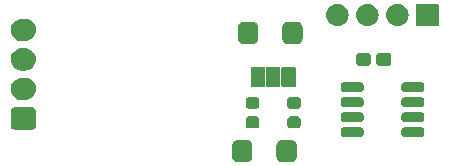
<source format=gts>
G04 #@! TF.GenerationSoftware,KiCad,Pcbnew,7.0.2*
G04 #@! TF.CreationDate,2023-05-31T21:51:21+09:00*
G04 #@! TF.ProjectId,sync,73796e63-2e6b-4696-9361-645f70636258,rev?*
G04 #@! TF.SameCoordinates,PX3473bc0PY4c4b400*
G04 #@! TF.FileFunction,Soldermask,Top*
G04 #@! TF.FilePolarity,Negative*
%FSLAX46Y46*%
G04 Gerber Fmt 4.6, Leading zero omitted, Abs format (unit mm)*
G04 Created by KiCad (PCBNEW 7.0.2) date 2023-05-31 21:51:21*
%MOMM*%
%LPD*%
G01*
G04 APERTURE LIST*
G04 APERTURE END LIST*
G36*
X26602031Y4429030D02*
G01*
X26608521Y4426610D01*
X26613129Y4426056D01*
X26667651Y4404556D01*
X26730040Y4381286D01*
X26733803Y4378469D01*
X26735022Y4377988D01*
X26779356Y4344368D01*
X26839411Y4299411D01*
X26884386Y4239332D01*
X26917987Y4195023D01*
X26918467Y4193806D01*
X26921286Y4190040D01*
X26944565Y4127624D01*
X26966055Y4073130D01*
X26966608Y4068525D01*
X26969030Y4062031D01*
X26980000Y3960000D01*
X26980000Y3040000D01*
X26969030Y2937969D01*
X26966607Y2931475D01*
X26966055Y2926871D01*
X26944572Y2872396D01*
X26921286Y2809960D01*
X26918466Y2806194D01*
X26917987Y2804978D01*
X26884444Y2760747D01*
X26839411Y2700589D01*
X26779253Y2655556D01*
X26735022Y2622013D01*
X26733806Y2621534D01*
X26730040Y2618714D01*
X26667604Y2595428D01*
X26613129Y2573945D01*
X26608525Y2573393D01*
X26602031Y2570970D01*
X26500000Y2560000D01*
X25740000Y2560000D01*
X25637969Y2570970D01*
X25631475Y2573392D01*
X25626870Y2573945D01*
X25572376Y2595435D01*
X25509960Y2618714D01*
X25506194Y2621533D01*
X25504977Y2622013D01*
X25460668Y2655614D01*
X25400589Y2700589D01*
X25355632Y2760644D01*
X25322012Y2804978D01*
X25321531Y2806197D01*
X25318714Y2809960D01*
X25295444Y2872349D01*
X25273944Y2926871D01*
X25273390Y2931479D01*
X25270970Y2937969D01*
X25260000Y3040000D01*
X25260000Y3960000D01*
X25270970Y4062031D01*
X25273390Y4068521D01*
X25273944Y4073130D01*
X25295451Y4127671D01*
X25318714Y4190040D01*
X25321530Y4193803D01*
X25322012Y4195023D01*
X25355690Y4239435D01*
X25400589Y4299411D01*
X25460565Y4344310D01*
X25504977Y4377988D01*
X25506197Y4378470D01*
X25509960Y4381286D01*
X25572329Y4404549D01*
X25626870Y4426056D01*
X25631479Y4426610D01*
X25637969Y4429030D01*
X25740000Y4440000D01*
X26500000Y4440000D01*
X26602031Y4429030D01*
G37*
G36*
X30362031Y4429030D02*
G01*
X30368521Y4426610D01*
X30373129Y4426056D01*
X30427651Y4404556D01*
X30490040Y4381286D01*
X30493803Y4378469D01*
X30495022Y4377988D01*
X30539356Y4344368D01*
X30599411Y4299411D01*
X30644386Y4239332D01*
X30677987Y4195023D01*
X30678467Y4193806D01*
X30681286Y4190040D01*
X30704565Y4127624D01*
X30726055Y4073130D01*
X30726608Y4068525D01*
X30729030Y4062031D01*
X30740000Y3960000D01*
X30740000Y3040000D01*
X30729030Y2937969D01*
X30726607Y2931475D01*
X30726055Y2926871D01*
X30704572Y2872396D01*
X30681286Y2809960D01*
X30678466Y2806194D01*
X30677987Y2804978D01*
X30644444Y2760747D01*
X30599411Y2700589D01*
X30539253Y2655556D01*
X30495022Y2622013D01*
X30493806Y2621534D01*
X30490040Y2618714D01*
X30427604Y2595428D01*
X30373129Y2573945D01*
X30368525Y2573393D01*
X30362031Y2570970D01*
X30260000Y2560000D01*
X29500000Y2560000D01*
X29397969Y2570970D01*
X29391475Y2573392D01*
X29386870Y2573945D01*
X29332376Y2595435D01*
X29269960Y2618714D01*
X29266194Y2621533D01*
X29264977Y2622013D01*
X29220668Y2655614D01*
X29160589Y2700589D01*
X29115632Y2760644D01*
X29082012Y2804978D01*
X29081531Y2806197D01*
X29078714Y2809960D01*
X29055444Y2872349D01*
X29033944Y2926871D01*
X29033390Y2931479D01*
X29030970Y2937969D01*
X29020000Y3040000D01*
X29020000Y3960000D01*
X29030970Y4062031D01*
X29033390Y4068521D01*
X29033944Y4073130D01*
X29055451Y4127671D01*
X29078714Y4190040D01*
X29081530Y4193803D01*
X29082012Y4195023D01*
X29115690Y4239435D01*
X29160589Y4299411D01*
X29220565Y4344310D01*
X29264977Y4377988D01*
X29266197Y4378470D01*
X29269960Y4381286D01*
X29332329Y4404549D01*
X29386870Y4426056D01*
X29391479Y4426610D01*
X29397969Y4429030D01*
X29500000Y4440000D01*
X30260000Y4440000D01*
X30362031Y4429030D01*
G37*
G36*
X8424868Y7185450D02*
G01*
X8430586Y7182655D01*
X8432962Y7182278D01*
X8470987Y7162904D01*
X8528377Y7134847D01*
X8609847Y7053377D01*
X8637907Y6995980D01*
X8657276Y6957966D01*
X8657652Y6955592D01*
X8660450Y6949868D01*
X8675000Y6850000D01*
X8675000Y5650000D01*
X8660450Y5550132D01*
X8657652Y5544411D01*
X8657277Y5542038D01*
X8637926Y5504061D01*
X8609847Y5446623D01*
X8528377Y5365153D01*
X8470955Y5337081D01*
X8432965Y5317724D01*
X8430591Y5317349D01*
X8424868Y5314550D01*
X8325000Y5300000D01*
X6875000Y5300000D01*
X6775132Y5314550D01*
X6769410Y5317348D01*
X6767037Y5317723D01*
X6729035Y5337086D01*
X6671623Y5365153D01*
X6590153Y5446623D01*
X6562104Y5503997D01*
X6542723Y5542035D01*
X6542346Y5544412D01*
X6539550Y5550132D01*
X6525000Y5650000D01*
X6525000Y6850000D01*
X6539550Y6949868D01*
X6542345Y6955587D01*
X6542722Y6957963D01*
X6562108Y6996013D01*
X6590153Y7053377D01*
X6671623Y7134847D01*
X6728971Y7162884D01*
X6767034Y7182277D01*
X6769411Y7182654D01*
X6775132Y7185450D01*
X6875000Y7200000D01*
X8325000Y7200000D01*
X8424868Y7185450D01*
G37*
G36*
X27343685Y6417031D02*
G01*
X27352358Y6413202D01*
X27359925Y6412099D01*
X27407223Y6388977D01*
X27444541Y6372499D01*
X27447996Y6369044D01*
X27448920Y6368592D01*
X27518591Y6298921D01*
X27519042Y6297998D01*
X27522499Y6294541D01*
X27538978Y6257218D01*
X27562098Y6209927D01*
X27563200Y6202361D01*
X27567031Y6193685D01*
X27575000Y6125000D01*
X27575000Y5725000D01*
X27567031Y5656315D01*
X27563199Y5647639D01*
X27562098Y5640075D01*
X27538985Y5592798D01*
X27522499Y5555459D01*
X27519041Y5552002D01*
X27518591Y5551080D01*
X27448920Y5481409D01*
X27447998Y5480959D01*
X27444541Y5477501D01*
X27407207Y5461017D01*
X27359926Y5437902D01*
X27352361Y5436800D01*
X27343685Y5432969D01*
X27275000Y5425000D01*
X26725000Y5425000D01*
X26656315Y5432969D01*
X26647638Y5436800D01*
X26640074Y5437902D01*
X26592787Y5461019D01*
X26555459Y5477501D01*
X26552002Y5480958D01*
X26551079Y5481409D01*
X26481408Y5551080D01*
X26480956Y5552004D01*
X26477501Y5555459D01*
X26461025Y5592772D01*
X26437901Y5640074D01*
X26436798Y5647643D01*
X26432969Y5656315D01*
X26425000Y5725000D01*
X26425000Y6125000D01*
X26432969Y6193685D01*
X26436798Y6202358D01*
X26437901Y6209926D01*
X26461028Y6257234D01*
X26477501Y6294541D01*
X26480955Y6297996D01*
X26481408Y6298921D01*
X26551079Y6368592D01*
X26552004Y6369045D01*
X26555459Y6372499D01*
X26592761Y6388970D01*
X26640073Y6412099D01*
X26647642Y6413202D01*
X26656315Y6417031D01*
X26725000Y6425000D01*
X27275000Y6425000D01*
X27343685Y6417031D01*
G37*
G36*
X30843685Y6417031D02*
G01*
X30852358Y6413202D01*
X30859925Y6412099D01*
X30907223Y6388977D01*
X30944541Y6372499D01*
X30947996Y6369044D01*
X30948920Y6368592D01*
X31018591Y6298921D01*
X31019042Y6297998D01*
X31022499Y6294541D01*
X31038978Y6257218D01*
X31062098Y6209927D01*
X31063200Y6202361D01*
X31067031Y6193685D01*
X31075000Y6125000D01*
X31075000Y5725000D01*
X31067031Y5656315D01*
X31063199Y5647639D01*
X31062098Y5640075D01*
X31038985Y5592798D01*
X31022499Y5555459D01*
X31019041Y5552002D01*
X31018591Y5551080D01*
X30948920Y5481409D01*
X30947998Y5480959D01*
X30944541Y5477501D01*
X30907207Y5461017D01*
X30859926Y5437902D01*
X30852361Y5436800D01*
X30843685Y5432969D01*
X30775000Y5425000D01*
X30225000Y5425000D01*
X30156315Y5432969D01*
X30147638Y5436800D01*
X30140074Y5437902D01*
X30092787Y5461019D01*
X30055459Y5477501D01*
X30052002Y5480958D01*
X30051079Y5481409D01*
X29981408Y5551080D01*
X29980956Y5552004D01*
X29977501Y5555459D01*
X29961025Y5592772D01*
X29937901Y5640074D01*
X29936798Y5647643D01*
X29932969Y5656315D01*
X29925000Y5725000D01*
X29925000Y6125000D01*
X29932969Y6193685D01*
X29936798Y6202358D01*
X29937901Y6209926D01*
X29961028Y6257234D01*
X29977501Y6294541D01*
X29980955Y6297996D01*
X29981408Y6298921D01*
X30051079Y6368592D01*
X30052004Y6369045D01*
X30055459Y6372499D01*
X30092761Y6388970D01*
X30140073Y6412099D01*
X30147642Y6413202D01*
X30156315Y6417031D01*
X30225000Y6425000D01*
X30775000Y6425000D01*
X30843685Y6417031D01*
G37*
G36*
X36154047Y5494195D02*
G01*
X36205408Y5488236D01*
X36222954Y5480489D01*
X36245671Y5475970D01*
X36269991Y5459720D01*
X36290793Y5450535D01*
X36305000Y5436328D01*
X36326777Y5421777D01*
X36341327Y5400001D01*
X36355534Y5385794D01*
X36364718Y5364994D01*
X36380970Y5340671D01*
X36385489Y5317952D01*
X36393235Y5300409D01*
X36399192Y5249060D01*
X36400000Y5245000D01*
X36400000Y4945000D01*
X36399192Y4940941D01*
X36393235Y4889592D01*
X36385489Y4872050D01*
X36380970Y4849329D01*
X36364716Y4825005D01*
X36355534Y4804207D01*
X36341329Y4790003D01*
X36326777Y4768223D01*
X36304997Y4753671D01*
X36290793Y4739466D01*
X36269995Y4730284D01*
X36245671Y4714030D01*
X36222950Y4709511D01*
X36205408Y4701765D01*
X36154061Y4695808D01*
X36150000Y4695000D01*
X34700000Y4695000D01*
X34695941Y4695808D01*
X34644591Y4701765D01*
X34627048Y4709511D01*
X34604329Y4714030D01*
X34580006Y4730282D01*
X34559206Y4739466D01*
X34544999Y4753673D01*
X34523223Y4768223D01*
X34508672Y4790000D01*
X34494465Y4804207D01*
X34485280Y4825009D01*
X34469030Y4849329D01*
X34464511Y4872046D01*
X34456764Y4889592D01*
X34450805Y4940951D01*
X34450000Y4945000D01*
X34450000Y5245000D01*
X34450804Y5249047D01*
X34456764Y5300409D01*
X34464511Y5317957D01*
X34469030Y5340671D01*
X34485278Y5364990D01*
X34494465Y5385794D01*
X34508674Y5400004D01*
X34523223Y5421777D01*
X34544996Y5436326D01*
X34559206Y5450535D01*
X34580010Y5459722D01*
X34604329Y5475970D01*
X34627043Y5480489D01*
X34644591Y5488236D01*
X34695952Y5494195D01*
X34700000Y5495000D01*
X36150000Y5495000D01*
X36154047Y5494195D01*
G37*
G36*
X41304047Y5494195D02*
G01*
X41355408Y5488236D01*
X41372954Y5480489D01*
X41395671Y5475970D01*
X41419991Y5459720D01*
X41440793Y5450535D01*
X41455000Y5436328D01*
X41476777Y5421777D01*
X41491327Y5400001D01*
X41505534Y5385794D01*
X41514718Y5364994D01*
X41530970Y5340671D01*
X41535489Y5317952D01*
X41543235Y5300409D01*
X41549192Y5249060D01*
X41550000Y5245000D01*
X41550000Y4945000D01*
X41549192Y4940941D01*
X41543235Y4889592D01*
X41535489Y4872050D01*
X41530970Y4849329D01*
X41514716Y4825005D01*
X41505534Y4804207D01*
X41491329Y4790003D01*
X41476777Y4768223D01*
X41454997Y4753671D01*
X41440793Y4739466D01*
X41419995Y4730284D01*
X41395671Y4714030D01*
X41372950Y4709511D01*
X41355408Y4701765D01*
X41304061Y4695808D01*
X41300000Y4695000D01*
X39850000Y4695000D01*
X39845941Y4695808D01*
X39794591Y4701765D01*
X39777048Y4709511D01*
X39754329Y4714030D01*
X39730006Y4730282D01*
X39709206Y4739466D01*
X39694999Y4753673D01*
X39673223Y4768223D01*
X39658672Y4790000D01*
X39644465Y4804207D01*
X39635280Y4825009D01*
X39619030Y4849329D01*
X39614511Y4872046D01*
X39606764Y4889592D01*
X39600805Y4940951D01*
X39600000Y4945000D01*
X39600000Y5245000D01*
X39600804Y5249047D01*
X39606764Y5300409D01*
X39614511Y5317957D01*
X39619030Y5340671D01*
X39635278Y5364990D01*
X39644465Y5385794D01*
X39658674Y5400004D01*
X39673223Y5421777D01*
X39694996Y5436326D01*
X39709206Y5450535D01*
X39730010Y5459722D01*
X39754329Y5475970D01*
X39777043Y5480489D01*
X39794591Y5488236D01*
X39845952Y5494195D01*
X39850000Y5495000D01*
X41300000Y5495000D01*
X41304047Y5494195D01*
G37*
G36*
X36154047Y6764195D02*
G01*
X36205408Y6758236D01*
X36222954Y6750489D01*
X36245671Y6745970D01*
X36269991Y6729720D01*
X36290793Y6720535D01*
X36305000Y6706328D01*
X36326777Y6691777D01*
X36341327Y6670001D01*
X36355534Y6655794D01*
X36364718Y6634994D01*
X36380970Y6610671D01*
X36385489Y6587952D01*
X36393235Y6570409D01*
X36399192Y6519060D01*
X36400000Y6515000D01*
X36400000Y6215000D01*
X36399192Y6210941D01*
X36393235Y6159592D01*
X36385489Y6142050D01*
X36380970Y6119329D01*
X36364716Y6095005D01*
X36355534Y6074207D01*
X36341329Y6060003D01*
X36326777Y6038223D01*
X36304997Y6023671D01*
X36290793Y6009466D01*
X36269995Y6000284D01*
X36245671Y5984030D01*
X36222950Y5979511D01*
X36205408Y5971765D01*
X36154061Y5965808D01*
X36150000Y5965000D01*
X34700000Y5965000D01*
X34695941Y5965808D01*
X34644591Y5971765D01*
X34627048Y5979511D01*
X34604329Y5984030D01*
X34580006Y6000282D01*
X34559206Y6009466D01*
X34544999Y6023673D01*
X34523223Y6038223D01*
X34508672Y6060000D01*
X34494465Y6074207D01*
X34485280Y6095009D01*
X34469030Y6119329D01*
X34464511Y6142046D01*
X34456764Y6159592D01*
X34450805Y6210951D01*
X34450000Y6215000D01*
X34450000Y6515000D01*
X34450804Y6519047D01*
X34456764Y6570409D01*
X34464511Y6587957D01*
X34469030Y6610671D01*
X34485278Y6634990D01*
X34494465Y6655794D01*
X34508674Y6670004D01*
X34523223Y6691777D01*
X34544996Y6706326D01*
X34559206Y6720535D01*
X34580010Y6729722D01*
X34604329Y6745970D01*
X34627043Y6750489D01*
X34644591Y6758236D01*
X34695952Y6764195D01*
X34700000Y6765000D01*
X36150000Y6765000D01*
X36154047Y6764195D01*
G37*
G36*
X41304047Y6764195D02*
G01*
X41355408Y6758236D01*
X41372954Y6750489D01*
X41395671Y6745970D01*
X41419991Y6729720D01*
X41440793Y6720535D01*
X41455000Y6706328D01*
X41476777Y6691777D01*
X41491327Y6670001D01*
X41505534Y6655794D01*
X41514718Y6634994D01*
X41530970Y6610671D01*
X41535489Y6587952D01*
X41543235Y6570409D01*
X41549192Y6519060D01*
X41550000Y6515000D01*
X41550000Y6215000D01*
X41549192Y6210941D01*
X41543235Y6159592D01*
X41535489Y6142050D01*
X41530970Y6119329D01*
X41514716Y6095005D01*
X41505534Y6074207D01*
X41491329Y6060003D01*
X41476777Y6038223D01*
X41454997Y6023671D01*
X41440793Y6009466D01*
X41419995Y6000284D01*
X41395671Y5984030D01*
X41372950Y5979511D01*
X41355408Y5971765D01*
X41304061Y5965808D01*
X41300000Y5965000D01*
X39850000Y5965000D01*
X39845941Y5965808D01*
X39794591Y5971765D01*
X39777048Y5979511D01*
X39754329Y5984030D01*
X39730006Y6000282D01*
X39709206Y6009466D01*
X39694999Y6023673D01*
X39673223Y6038223D01*
X39658672Y6060000D01*
X39644465Y6074207D01*
X39635280Y6095009D01*
X39619030Y6119329D01*
X39614511Y6142046D01*
X39606764Y6159592D01*
X39600805Y6210951D01*
X39600000Y6215000D01*
X39600000Y6515000D01*
X39600804Y6519047D01*
X39606764Y6570409D01*
X39614511Y6587957D01*
X39619030Y6610671D01*
X39635278Y6634990D01*
X39644465Y6655794D01*
X39658674Y6670004D01*
X39673223Y6691777D01*
X39694996Y6706326D01*
X39709206Y6720535D01*
X39730010Y6729722D01*
X39754329Y6745970D01*
X39777043Y6750489D01*
X39794591Y6758236D01*
X39845952Y6764195D01*
X39850000Y6765000D01*
X41300000Y6765000D01*
X41304047Y6764195D01*
G37*
G36*
X7821110Y9695126D02*
G01*
X8009395Y9656432D01*
X8186037Y9580629D01*
X8343804Y9470820D01*
X8476237Y9331501D01*
X8577914Y9168374D01*
X8644673Y8988120D01*
X8673781Y8798117D01*
X8664045Y8606144D01*
X8615865Y8420060D01*
X8531212Y8247484D01*
X8413553Y8095481D01*
X8267705Y7970275D01*
X8099638Y7876990D01*
X7916234Y7819447D01*
X7725000Y7800000D01*
X7722469Y7800000D01*
X7476271Y7800000D01*
X7475000Y7800000D01*
X7378890Y7804874D01*
X7190605Y7843568D01*
X7013963Y7919371D01*
X6856196Y8029180D01*
X6723763Y8168499D01*
X6622086Y8331626D01*
X6555327Y8511880D01*
X6526219Y8701883D01*
X6535955Y8893856D01*
X6584135Y9079940D01*
X6668788Y9252516D01*
X6786447Y9404519D01*
X6932295Y9529725D01*
X7100362Y9623010D01*
X7283766Y9680553D01*
X7475000Y9700000D01*
X7725000Y9700000D01*
X7821110Y9695126D01*
G37*
G36*
X27343685Y8067031D02*
G01*
X27352358Y8063202D01*
X27359925Y8062099D01*
X27407223Y8038977D01*
X27444541Y8022499D01*
X27447996Y8019044D01*
X27448920Y8018592D01*
X27518591Y7948921D01*
X27519042Y7947998D01*
X27522499Y7944541D01*
X27538978Y7907218D01*
X27562098Y7859927D01*
X27563200Y7852361D01*
X27567031Y7843685D01*
X27575000Y7775000D01*
X27575000Y7375000D01*
X27567031Y7306315D01*
X27563199Y7297639D01*
X27562098Y7290075D01*
X27538985Y7242798D01*
X27522499Y7205459D01*
X27519041Y7202002D01*
X27518591Y7201080D01*
X27448920Y7131409D01*
X27447998Y7130959D01*
X27444541Y7127501D01*
X27407207Y7111017D01*
X27359926Y7087902D01*
X27352361Y7086800D01*
X27343685Y7082969D01*
X27275000Y7075000D01*
X26725000Y7075000D01*
X26656315Y7082969D01*
X26647638Y7086800D01*
X26640074Y7087902D01*
X26592787Y7111019D01*
X26555459Y7127501D01*
X26552002Y7130958D01*
X26551079Y7131409D01*
X26481408Y7201080D01*
X26480956Y7202004D01*
X26477501Y7205459D01*
X26461025Y7242772D01*
X26437901Y7290074D01*
X26436798Y7297643D01*
X26432969Y7306315D01*
X26425000Y7375000D01*
X26425000Y7775000D01*
X26432969Y7843685D01*
X26436798Y7852358D01*
X26437901Y7859926D01*
X26461028Y7907234D01*
X26477501Y7944541D01*
X26480955Y7947996D01*
X26481408Y7948921D01*
X26551079Y8018592D01*
X26552004Y8019045D01*
X26555459Y8022499D01*
X26592761Y8038970D01*
X26640073Y8062099D01*
X26647642Y8063202D01*
X26656315Y8067031D01*
X26725000Y8075000D01*
X27275000Y8075000D01*
X27343685Y8067031D01*
G37*
G36*
X30843685Y8067031D02*
G01*
X30852358Y8063202D01*
X30859925Y8062099D01*
X30907223Y8038977D01*
X30944541Y8022499D01*
X30947996Y8019044D01*
X30948920Y8018592D01*
X31018591Y7948921D01*
X31019042Y7947998D01*
X31022499Y7944541D01*
X31038978Y7907218D01*
X31062098Y7859927D01*
X31063200Y7852361D01*
X31067031Y7843685D01*
X31075000Y7775000D01*
X31075000Y7375000D01*
X31067031Y7306315D01*
X31063199Y7297639D01*
X31062098Y7290075D01*
X31038985Y7242798D01*
X31022499Y7205459D01*
X31019041Y7202002D01*
X31018591Y7201080D01*
X30948920Y7131409D01*
X30947998Y7130959D01*
X30944541Y7127501D01*
X30907207Y7111017D01*
X30859926Y7087902D01*
X30852361Y7086800D01*
X30843685Y7082969D01*
X30775000Y7075000D01*
X30225000Y7075000D01*
X30156315Y7082969D01*
X30147638Y7086800D01*
X30140074Y7087902D01*
X30092787Y7111019D01*
X30055459Y7127501D01*
X30052002Y7130958D01*
X30051079Y7131409D01*
X29981408Y7201080D01*
X29980956Y7202004D01*
X29977501Y7205459D01*
X29961025Y7242772D01*
X29937901Y7290074D01*
X29936798Y7297643D01*
X29932969Y7306315D01*
X29925000Y7375000D01*
X29925000Y7775000D01*
X29932969Y7843685D01*
X29936798Y7852358D01*
X29937901Y7859926D01*
X29961028Y7907234D01*
X29977501Y7944541D01*
X29980955Y7947996D01*
X29981408Y7948921D01*
X30051079Y8018592D01*
X30052004Y8019045D01*
X30055459Y8022499D01*
X30092761Y8038970D01*
X30140073Y8062099D01*
X30147642Y8063202D01*
X30156315Y8067031D01*
X30225000Y8075000D01*
X30775000Y8075000D01*
X30843685Y8067031D01*
G37*
G36*
X36154047Y8034195D02*
G01*
X36205408Y8028236D01*
X36222954Y8020489D01*
X36245671Y8015970D01*
X36269991Y7999720D01*
X36290793Y7990535D01*
X36305000Y7976328D01*
X36326777Y7961777D01*
X36341327Y7940001D01*
X36355534Y7925794D01*
X36364718Y7904994D01*
X36380970Y7880671D01*
X36385489Y7857952D01*
X36393235Y7840409D01*
X36399192Y7789060D01*
X36400000Y7785000D01*
X36400000Y7485000D01*
X36399192Y7480941D01*
X36393235Y7429592D01*
X36385489Y7412050D01*
X36380970Y7389329D01*
X36364716Y7365005D01*
X36355534Y7344207D01*
X36341329Y7330003D01*
X36326777Y7308223D01*
X36304997Y7293671D01*
X36290793Y7279466D01*
X36269995Y7270284D01*
X36245671Y7254030D01*
X36222950Y7249511D01*
X36205408Y7241765D01*
X36154061Y7235808D01*
X36150000Y7235000D01*
X34700000Y7235000D01*
X34695941Y7235808D01*
X34644591Y7241765D01*
X34627048Y7249511D01*
X34604329Y7254030D01*
X34580006Y7270282D01*
X34559206Y7279466D01*
X34544999Y7293673D01*
X34523223Y7308223D01*
X34508672Y7330000D01*
X34494465Y7344207D01*
X34485280Y7365009D01*
X34469030Y7389329D01*
X34464511Y7412046D01*
X34456764Y7429592D01*
X34450805Y7480951D01*
X34450000Y7485000D01*
X34450000Y7785000D01*
X34450804Y7789047D01*
X34456764Y7840409D01*
X34464511Y7857957D01*
X34469030Y7880671D01*
X34485278Y7904990D01*
X34494465Y7925794D01*
X34508674Y7940004D01*
X34523223Y7961777D01*
X34544996Y7976326D01*
X34559206Y7990535D01*
X34580010Y7999722D01*
X34604329Y8015970D01*
X34627043Y8020489D01*
X34644591Y8028236D01*
X34695952Y8034195D01*
X34700000Y8035000D01*
X36150000Y8035000D01*
X36154047Y8034195D01*
G37*
G36*
X41304047Y8034195D02*
G01*
X41355408Y8028236D01*
X41372954Y8020489D01*
X41395671Y8015970D01*
X41419991Y7999720D01*
X41440793Y7990535D01*
X41455000Y7976328D01*
X41476777Y7961777D01*
X41491327Y7940001D01*
X41505534Y7925794D01*
X41514718Y7904994D01*
X41530970Y7880671D01*
X41535489Y7857952D01*
X41543235Y7840409D01*
X41549192Y7789060D01*
X41550000Y7785000D01*
X41550000Y7485000D01*
X41549192Y7480941D01*
X41543235Y7429592D01*
X41535489Y7412050D01*
X41530970Y7389329D01*
X41514716Y7365005D01*
X41505534Y7344207D01*
X41491329Y7330003D01*
X41476777Y7308223D01*
X41454997Y7293671D01*
X41440793Y7279466D01*
X41419995Y7270284D01*
X41395671Y7254030D01*
X41372950Y7249511D01*
X41355408Y7241765D01*
X41304061Y7235808D01*
X41300000Y7235000D01*
X39850000Y7235000D01*
X39845941Y7235808D01*
X39794591Y7241765D01*
X39777048Y7249511D01*
X39754329Y7254030D01*
X39730006Y7270282D01*
X39709206Y7279466D01*
X39694999Y7293673D01*
X39673223Y7308223D01*
X39658672Y7330000D01*
X39644465Y7344207D01*
X39635280Y7365009D01*
X39619030Y7389329D01*
X39614511Y7412046D01*
X39606764Y7429592D01*
X39600805Y7480951D01*
X39600000Y7485000D01*
X39600000Y7785000D01*
X39600804Y7789047D01*
X39606764Y7840409D01*
X39614511Y7857957D01*
X39619030Y7880671D01*
X39635278Y7904990D01*
X39644465Y7925794D01*
X39658674Y7940004D01*
X39673223Y7961777D01*
X39694996Y7976326D01*
X39709206Y7990535D01*
X39730010Y7999722D01*
X39754329Y8015970D01*
X39777043Y8020489D01*
X39794591Y8028236D01*
X39845952Y8034195D01*
X39850000Y8035000D01*
X41300000Y8035000D01*
X41304047Y8034195D01*
G37*
G36*
X7821110Y12195126D02*
G01*
X8009395Y12156432D01*
X8186037Y12080629D01*
X8343804Y11970820D01*
X8476237Y11831501D01*
X8577914Y11668374D01*
X8644673Y11488120D01*
X8673781Y11298117D01*
X8664045Y11106144D01*
X8615865Y10920060D01*
X8531212Y10747484D01*
X8413553Y10595481D01*
X8267705Y10470275D01*
X8099638Y10376990D01*
X7916234Y10319447D01*
X7725000Y10300000D01*
X7722469Y10300000D01*
X7476271Y10300000D01*
X7475000Y10300000D01*
X7378890Y10304874D01*
X7190605Y10343568D01*
X7013963Y10419371D01*
X6856196Y10529180D01*
X6723763Y10668499D01*
X6622086Y10831626D01*
X6555327Y11011880D01*
X6526219Y11201883D01*
X6535955Y11393856D01*
X6584135Y11579940D01*
X6668788Y11752516D01*
X6786447Y11904519D01*
X6932295Y12029725D01*
X7100362Y12123010D01*
X7283766Y12180553D01*
X7475000Y12200000D01*
X7725000Y12200000D01*
X7821110Y12195126D01*
G37*
G36*
X27988268Y10592388D02*
G01*
X28020711Y10570711D01*
X28042388Y10538268D01*
X28050000Y10500000D01*
X28050000Y9000000D01*
X28042388Y8961732D01*
X28020711Y8929289D01*
X27988268Y8907612D01*
X27950000Y8900000D01*
X26950000Y8900000D01*
X26911732Y8907612D01*
X26879289Y8929289D01*
X26857612Y8961732D01*
X26850000Y9000000D01*
X26850000Y10500000D01*
X26857612Y10538268D01*
X26879289Y10570711D01*
X26911732Y10592388D01*
X26950000Y10600000D01*
X27950000Y10600000D01*
X27988268Y10592388D01*
G37*
G36*
X29288268Y10592388D02*
G01*
X29320711Y10570711D01*
X29342388Y10538268D01*
X29350000Y10500000D01*
X29350000Y9000000D01*
X29342388Y8961732D01*
X29320711Y8929289D01*
X29288268Y8907612D01*
X29250000Y8900000D01*
X28250000Y8900000D01*
X28211732Y8907612D01*
X28179289Y8929289D01*
X28157612Y8961732D01*
X28150000Y9000000D01*
X28150000Y10500000D01*
X28157612Y10538268D01*
X28179289Y10570711D01*
X28211732Y10592388D01*
X28250000Y10600000D01*
X29250000Y10600000D01*
X29288268Y10592388D01*
G37*
G36*
X30588268Y10592388D02*
G01*
X30620711Y10570711D01*
X30642388Y10538268D01*
X30650000Y10500000D01*
X30650000Y9000000D01*
X30642388Y8961732D01*
X30620711Y8929289D01*
X30588268Y8907612D01*
X30550000Y8900000D01*
X29550000Y8900000D01*
X29511732Y8907612D01*
X29479289Y8929289D01*
X29457612Y8961732D01*
X29450000Y9000000D01*
X29450000Y10500000D01*
X29457612Y10538268D01*
X29479289Y10570711D01*
X29511732Y10592388D01*
X29550000Y10600000D01*
X30550000Y10600000D01*
X30588268Y10592388D01*
G37*
G36*
X36154047Y9304195D02*
G01*
X36205408Y9298236D01*
X36222954Y9290489D01*
X36245671Y9285970D01*
X36269991Y9269720D01*
X36290793Y9260535D01*
X36305000Y9246328D01*
X36326777Y9231777D01*
X36341327Y9210001D01*
X36355534Y9195794D01*
X36364718Y9174994D01*
X36380970Y9150671D01*
X36385489Y9127952D01*
X36393235Y9110409D01*
X36399192Y9059060D01*
X36400000Y9055000D01*
X36400000Y8755000D01*
X36399192Y8750941D01*
X36393235Y8699592D01*
X36385489Y8682050D01*
X36380970Y8659329D01*
X36364716Y8635005D01*
X36355534Y8614207D01*
X36341329Y8600003D01*
X36326777Y8578223D01*
X36304997Y8563671D01*
X36290793Y8549466D01*
X36269995Y8540284D01*
X36245671Y8524030D01*
X36222950Y8519511D01*
X36205408Y8511765D01*
X36154061Y8505808D01*
X36150000Y8505000D01*
X34700000Y8505000D01*
X34695941Y8505808D01*
X34644591Y8511765D01*
X34627048Y8519511D01*
X34604329Y8524030D01*
X34580006Y8540282D01*
X34559206Y8549466D01*
X34544999Y8563673D01*
X34523223Y8578223D01*
X34508672Y8600000D01*
X34494465Y8614207D01*
X34485280Y8635009D01*
X34469030Y8659329D01*
X34464511Y8682046D01*
X34456764Y8699592D01*
X34450805Y8750951D01*
X34450000Y8755000D01*
X34450000Y9055000D01*
X34450804Y9059047D01*
X34456764Y9110409D01*
X34464511Y9127957D01*
X34469030Y9150671D01*
X34485278Y9174990D01*
X34494465Y9195794D01*
X34508674Y9210004D01*
X34523223Y9231777D01*
X34544996Y9246326D01*
X34559206Y9260535D01*
X34580010Y9269722D01*
X34604329Y9285970D01*
X34627043Y9290489D01*
X34644591Y9298236D01*
X34695952Y9304195D01*
X34700000Y9305000D01*
X36150000Y9305000D01*
X36154047Y9304195D01*
G37*
G36*
X41304047Y9304195D02*
G01*
X41355408Y9298236D01*
X41372954Y9290489D01*
X41395671Y9285970D01*
X41419991Y9269720D01*
X41440793Y9260535D01*
X41455000Y9246328D01*
X41476777Y9231777D01*
X41491327Y9210001D01*
X41505534Y9195794D01*
X41514718Y9174994D01*
X41530970Y9150671D01*
X41535489Y9127952D01*
X41543235Y9110409D01*
X41549192Y9059060D01*
X41550000Y9055000D01*
X41550000Y8755000D01*
X41549192Y8750941D01*
X41543235Y8699592D01*
X41535489Y8682050D01*
X41530970Y8659329D01*
X41514716Y8635005D01*
X41505534Y8614207D01*
X41491329Y8600003D01*
X41476777Y8578223D01*
X41454997Y8563671D01*
X41440793Y8549466D01*
X41419995Y8540284D01*
X41395671Y8524030D01*
X41372950Y8519511D01*
X41355408Y8511765D01*
X41304061Y8505808D01*
X41300000Y8505000D01*
X39850000Y8505000D01*
X39845941Y8505808D01*
X39794591Y8511765D01*
X39777048Y8519511D01*
X39754329Y8524030D01*
X39730006Y8540282D01*
X39709206Y8549466D01*
X39694999Y8563673D01*
X39673223Y8578223D01*
X39658672Y8600000D01*
X39644465Y8614207D01*
X39635280Y8635009D01*
X39619030Y8659329D01*
X39614511Y8682046D01*
X39606764Y8699592D01*
X39600805Y8750951D01*
X39600000Y8755000D01*
X39600000Y9055000D01*
X39600804Y9059047D01*
X39606764Y9110409D01*
X39614511Y9127957D01*
X39619030Y9150671D01*
X39635278Y9174990D01*
X39644465Y9195794D01*
X39658674Y9210004D01*
X39673223Y9231777D01*
X39694996Y9246326D01*
X39709206Y9260535D01*
X39730010Y9269722D01*
X39754329Y9285970D01*
X39777043Y9290489D01*
X39794591Y9298236D01*
X39845952Y9304195D01*
X39850000Y9305000D01*
X41300000Y9305000D01*
X41304047Y9304195D01*
G37*
G36*
X36774851Y11813500D02*
G01*
X36784457Y11809021D01*
X36791601Y11807889D01*
X36842493Y11781959D01*
X36881082Y11763964D01*
X36884482Y11760564D01*
X36885508Y11760041D01*
X36960040Y11685509D01*
X36960562Y11684484D01*
X36963964Y11681082D01*
X36981965Y11642477D01*
X37007888Y11591601D01*
X37009018Y11584461D01*
X37013500Y11574851D01*
X37025000Y11487500D01*
X37025000Y11012500D01*
X37013500Y10925149D01*
X37009018Y10915540D01*
X37007888Y10908399D01*
X36981968Y10857530D01*
X36963964Y10818918D01*
X36960561Y10815516D01*
X36960040Y10814492D01*
X36885508Y10739960D01*
X36884484Y10739439D01*
X36881082Y10736036D01*
X36842464Y10718029D01*
X36791600Y10692112D01*
X36784461Y10690982D01*
X36774851Y10686500D01*
X36687500Y10675000D01*
X36087500Y10675000D01*
X36000149Y10686500D01*
X35990539Y10690981D01*
X35983398Y10692112D01*
X35932518Y10718037D01*
X35893918Y10736036D01*
X35890516Y10739438D01*
X35889491Y10739960D01*
X35814959Y10814492D01*
X35814436Y10815518D01*
X35811036Y10818918D01*
X35793039Y10857513D01*
X35767111Y10908400D01*
X35765979Y10915542D01*
X35761500Y10925149D01*
X35750000Y11012500D01*
X35750000Y11487500D01*
X35761500Y11574851D01*
X35765979Y11584458D01*
X35767111Y11591602D01*
X35793047Y11642505D01*
X35811036Y11681082D01*
X35814435Y11684482D01*
X35814959Y11685509D01*
X35889491Y11760041D01*
X35890518Y11760565D01*
X35893918Y11763964D01*
X35932500Y11781956D01*
X35983399Y11807889D01*
X35990542Y11809021D01*
X36000149Y11813500D01*
X36087500Y11825000D01*
X36687500Y11825000D01*
X36774851Y11813500D01*
G37*
G36*
X38499851Y11813500D02*
G01*
X38509457Y11809021D01*
X38516601Y11807889D01*
X38567493Y11781959D01*
X38606082Y11763964D01*
X38609482Y11760564D01*
X38610508Y11760041D01*
X38685040Y11685509D01*
X38685562Y11684484D01*
X38688964Y11681082D01*
X38706965Y11642477D01*
X38732888Y11591601D01*
X38734018Y11584461D01*
X38738500Y11574851D01*
X38750000Y11487500D01*
X38750000Y11012500D01*
X38738500Y10925149D01*
X38734018Y10915540D01*
X38732888Y10908399D01*
X38706968Y10857530D01*
X38688964Y10818918D01*
X38685561Y10815516D01*
X38685040Y10814492D01*
X38610508Y10739960D01*
X38609484Y10739439D01*
X38606082Y10736036D01*
X38567464Y10718029D01*
X38516600Y10692112D01*
X38509461Y10690982D01*
X38499851Y10686500D01*
X38412500Y10675000D01*
X37812500Y10675000D01*
X37725149Y10686500D01*
X37715539Y10690981D01*
X37708398Y10692112D01*
X37657518Y10718037D01*
X37618918Y10736036D01*
X37615516Y10739438D01*
X37614491Y10739960D01*
X37539959Y10814492D01*
X37539436Y10815518D01*
X37536036Y10818918D01*
X37518039Y10857513D01*
X37492111Y10908400D01*
X37490979Y10915542D01*
X37486500Y10925149D01*
X37475000Y11012500D01*
X37475000Y11487500D01*
X37486500Y11574851D01*
X37490979Y11584458D01*
X37492111Y11591602D01*
X37518047Y11642505D01*
X37536036Y11681082D01*
X37539435Y11684482D01*
X37539959Y11685509D01*
X37614491Y11760041D01*
X37615518Y11760565D01*
X37618918Y11763964D01*
X37657500Y11781956D01*
X37708399Y11807889D01*
X37715542Y11809021D01*
X37725149Y11813500D01*
X37812500Y11825000D01*
X38412500Y11825000D01*
X38499851Y11813500D01*
G37*
G36*
X7821110Y14695126D02*
G01*
X8009395Y14656432D01*
X8186037Y14580629D01*
X8343804Y14470820D01*
X8476237Y14331501D01*
X8577914Y14168374D01*
X8644673Y13988120D01*
X8673781Y13798117D01*
X8664045Y13606144D01*
X8615865Y13420060D01*
X8531212Y13247484D01*
X8413553Y13095481D01*
X8267705Y12970275D01*
X8099638Y12876990D01*
X7916234Y12819447D01*
X7725000Y12800000D01*
X7722469Y12800000D01*
X7476271Y12800000D01*
X7475000Y12800000D01*
X7378890Y12804874D01*
X7190605Y12843568D01*
X7013963Y12919371D01*
X6856196Y13029180D01*
X6723763Y13168499D01*
X6622086Y13331626D01*
X6555327Y13511880D01*
X6526219Y13701883D01*
X6535955Y13893856D01*
X6584135Y14079940D01*
X6668788Y14252516D01*
X6786447Y14404519D01*
X6932295Y14529725D01*
X7100362Y14623010D01*
X7283766Y14680553D01*
X7475000Y14700000D01*
X7725000Y14700000D01*
X7821110Y14695126D01*
G37*
G36*
X27102031Y14429030D02*
G01*
X27108521Y14426610D01*
X27113129Y14426056D01*
X27167651Y14404556D01*
X27230040Y14381286D01*
X27233803Y14378469D01*
X27235022Y14377988D01*
X27279356Y14344368D01*
X27339411Y14299411D01*
X27384386Y14239332D01*
X27417987Y14195023D01*
X27418467Y14193806D01*
X27421286Y14190040D01*
X27444565Y14127624D01*
X27466055Y14073130D01*
X27466608Y14068525D01*
X27469030Y14062031D01*
X27480000Y13960000D01*
X27480000Y13040000D01*
X27469030Y12937969D01*
X27466607Y12931475D01*
X27466055Y12926871D01*
X27444572Y12872396D01*
X27421286Y12809960D01*
X27418466Y12806194D01*
X27417987Y12804978D01*
X27384444Y12760747D01*
X27339411Y12700589D01*
X27279253Y12655556D01*
X27235022Y12622013D01*
X27233806Y12621534D01*
X27230040Y12618714D01*
X27167604Y12595428D01*
X27113129Y12573945D01*
X27108525Y12573393D01*
X27102031Y12570970D01*
X27000000Y12560000D01*
X26240000Y12560000D01*
X26137969Y12570970D01*
X26131475Y12573392D01*
X26126870Y12573945D01*
X26072376Y12595435D01*
X26009960Y12618714D01*
X26006194Y12621533D01*
X26004977Y12622013D01*
X25960668Y12655614D01*
X25900589Y12700589D01*
X25855632Y12760644D01*
X25822012Y12804978D01*
X25821531Y12806197D01*
X25818714Y12809960D01*
X25795444Y12872349D01*
X25773944Y12926871D01*
X25773390Y12931479D01*
X25770970Y12937969D01*
X25760000Y13040000D01*
X25760000Y13960000D01*
X25770970Y14062031D01*
X25773390Y14068521D01*
X25773944Y14073130D01*
X25795451Y14127671D01*
X25818714Y14190040D01*
X25821530Y14193803D01*
X25822012Y14195023D01*
X25855690Y14239435D01*
X25900589Y14299411D01*
X25960565Y14344310D01*
X26004977Y14377988D01*
X26006197Y14378470D01*
X26009960Y14381286D01*
X26072329Y14404549D01*
X26126870Y14426056D01*
X26131479Y14426610D01*
X26137969Y14429030D01*
X26240000Y14440000D01*
X27000000Y14440000D01*
X27102031Y14429030D01*
G37*
G36*
X30862031Y14429030D02*
G01*
X30868521Y14426610D01*
X30873129Y14426056D01*
X30927651Y14404556D01*
X30990040Y14381286D01*
X30993803Y14378469D01*
X30995022Y14377988D01*
X31039356Y14344368D01*
X31099411Y14299411D01*
X31144386Y14239332D01*
X31177987Y14195023D01*
X31178467Y14193806D01*
X31181286Y14190040D01*
X31204565Y14127624D01*
X31226055Y14073130D01*
X31226608Y14068525D01*
X31229030Y14062031D01*
X31240000Y13960000D01*
X31240000Y13040000D01*
X31229030Y12937969D01*
X31226607Y12931475D01*
X31226055Y12926871D01*
X31204572Y12872396D01*
X31181286Y12809960D01*
X31178466Y12806194D01*
X31177987Y12804978D01*
X31144444Y12760747D01*
X31099411Y12700589D01*
X31039253Y12655556D01*
X30995022Y12622013D01*
X30993806Y12621534D01*
X30990040Y12618714D01*
X30927604Y12595428D01*
X30873129Y12573945D01*
X30868525Y12573393D01*
X30862031Y12570970D01*
X30760000Y12560000D01*
X30000000Y12560000D01*
X29897969Y12570970D01*
X29891475Y12573392D01*
X29886870Y12573945D01*
X29832376Y12595435D01*
X29769960Y12618714D01*
X29766194Y12621533D01*
X29764977Y12622013D01*
X29720668Y12655614D01*
X29660589Y12700589D01*
X29615632Y12760644D01*
X29582012Y12804978D01*
X29581531Y12806197D01*
X29578714Y12809960D01*
X29555444Y12872349D01*
X29533944Y12926871D01*
X29533390Y12931479D01*
X29530970Y12937969D01*
X29520000Y13040000D01*
X29520000Y13960000D01*
X29530970Y14062031D01*
X29533390Y14068521D01*
X29533944Y14073130D01*
X29555451Y14127671D01*
X29578714Y14190040D01*
X29581530Y14193803D01*
X29582012Y14195023D01*
X29615690Y14239435D01*
X29660589Y14299411D01*
X29720565Y14344310D01*
X29764977Y14377988D01*
X29766197Y14378470D01*
X29769960Y14381286D01*
X29832329Y14404549D01*
X29886870Y14426056D01*
X29891479Y14426610D01*
X29897969Y14429030D01*
X30000000Y14440000D01*
X30760000Y14440000D01*
X30862031Y14429030D01*
G37*
G36*
X34365336Y15931746D02*
G01*
X34543549Y15877686D01*
X34707792Y15789896D01*
X34851751Y15671751D01*
X34969896Y15527792D01*
X35057686Y15363549D01*
X35111746Y15185336D01*
X35130000Y15000000D01*
X35111746Y14814664D01*
X35057686Y14636451D01*
X34969896Y14472208D01*
X34851751Y14328249D01*
X34707792Y14210104D01*
X34543549Y14122314D01*
X34365336Y14068254D01*
X34180000Y14050000D01*
X33994664Y14068254D01*
X33816451Y14122314D01*
X33652208Y14210104D01*
X33508249Y14328249D01*
X33390104Y14472208D01*
X33302314Y14636451D01*
X33248254Y14814664D01*
X33230000Y15000000D01*
X33248254Y15185336D01*
X33302314Y15363549D01*
X33390104Y15527792D01*
X33508249Y15671751D01*
X33652208Y15789896D01*
X33816451Y15877686D01*
X33994664Y15931746D01*
X34180000Y15950000D01*
X34365336Y15931746D01*
G37*
G36*
X36905336Y15931746D02*
G01*
X37083549Y15877686D01*
X37247792Y15789896D01*
X37391751Y15671751D01*
X37509896Y15527792D01*
X37597686Y15363549D01*
X37651746Y15185336D01*
X37670000Y15000000D01*
X37651746Y14814664D01*
X37597686Y14636451D01*
X37509896Y14472208D01*
X37391751Y14328249D01*
X37247792Y14210104D01*
X37083549Y14122314D01*
X36905336Y14068254D01*
X36720000Y14050000D01*
X36534664Y14068254D01*
X36356451Y14122314D01*
X36192208Y14210104D01*
X36048249Y14328249D01*
X35930104Y14472208D01*
X35842314Y14636451D01*
X35788254Y14814664D01*
X35770000Y15000000D01*
X35788254Y15185336D01*
X35842314Y15363549D01*
X35930104Y15527792D01*
X36048249Y15671751D01*
X36192208Y15789896D01*
X36356451Y15877686D01*
X36534664Y15931746D01*
X36720000Y15950000D01*
X36905336Y15931746D01*
G37*
G36*
X39445336Y15931746D02*
G01*
X39623549Y15877686D01*
X39787792Y15789896D01*
X39931751Y15671751D01*
X40049896Y15527792D01*
X40137686Y15363549D01*
X40191746Y15185336D01*
X40210000Y15000000D01*
X40191746Y14814664D01*
X40137686Y14636451D01*
X40049896Y14472208D01*
X39931751Y14328249D01*
X39787792Y14210104D01*
X39623549Y14122314D01*
X39445336Y14068254D01*
X39260000Y14050000D01*
X39074664Y14068254D01*
X38896451Y14122314D01*
X38732208Y14210104D01*
X38588249Y14328249D01*
X38470104Y14472208D01*
X38382314Y14636451D01*
X38328254Y14814664D01*
X38310000Y15000000D01*
X38328254Y15185336D01*
X38382314Y15363549D01*
X38470104Y15527792D01*
X38588249Y15671751D01*
X38732208Y15789896D01*
X38896451Y15877686D01*
X39074664Y15931746D01*
X39260000Y15950000D01*
X39445336Y15931746D01*
G37*
G36*
X42688268Y15942388D02*
G01*
X42720711Y15920711D01*
X42742388Y15888268D01*
X42750000Y15850000D01*
X42750000Y14150000D01*
X42742388Y14111732D01*
X42720711Y14079289D01*
X42688268Y14057612D01*
X42650000Y14050000D01*
X40950000Y14050000D01*
X40911732Y14057612D01*
X40879289Y14079289D01*
X40857612Y14111732D01*
X40850000Y14150000D01*
X40850000Y15850000D01*
X40857612Y15888268D01*
X40879289Y15920711D01*
X40911732Y15942388D01*
X40950000Y15950000D01*
X42650000Y15950000D01*
X42688268Y15942388D01*
G37*
M02*

</source>
